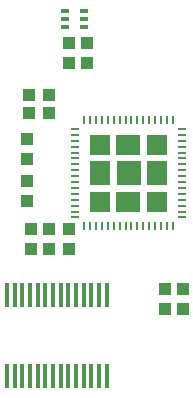
<source format=gbp>
%FSAX42Y42*%
%MOMM*%
G71*
G01*
G75*
G04 Layer_Color=128*
%ADD10R,1.10X1.00*%
%ADD11R,0.87X0.87*%
%ADD12R,1.00X1.10*%
%ADD13R,3.40X2.15*%
%ADD14R,1.05X2.15*%
%ADD15R,1.05X2.15*%
%ADD16R,0.50X2.10*%
%ADD17R,1.70X1.25*%
%ADD18R,1.25X1.70*%
%ADD19C,0.25*%
%ADD20C,2.50*%
%ADD21R,1.50X1.50*%
%ADD22C,1.50*%
%ADD23C,1.52*%
%ADD24C,1.20*%
%ADD25O,1.65X4.00*%
%ADD26C,1.40*%
%ADD27P,1.52X8X112.5*%
%ADD28C,3.00*%
%ADD29C,1.27*%
%ADD30O,0.80X0.28*%
%ADD31O,0.28X0.80*%
%ADD32R,7.65X7.65*%
%ADD33O,0.40X2.10*%
%ADD34R,0.80X0.35*%
%ADD35C,0.20*%
%ADD36C,0.25*%
%ADD37C,0.60*%
%ADD38R,1.80X1.80*%
%ADD39R,2.00X1.80*%
%ADD40R,1.80X2.00*%
%ADD41O,0.74X0.22*%
%ADD42O,0.22X0.74*%
%ADD43R,2.05X2.05*%
D10*
X003184Y005791D02*
D03*
Y005944D02*
D03*
X003014D02*
D03*
Y005791D02*
D03*
D12*
X004166Y004131D02*
D03*
Y004301D02*
D03*
X004318D02*
D03*
Y004131D02*
D03*
X003353Y004639D02*
D03*
Y004809D02*
D03*
X003181Y004810D02*
D03*
Y004640D02*
D03*
X002997Y005046D02*
D03*
X003029Y004810D02*
D03*
Y004640D02*
D03*
X002997Y005216D02*
D03*
Y005401D02*
D03*
Y005571D02*
D03*
X003353Y006214D02*
D03*
X003505D02*
D03*
Y006384D02*
D03*
X003353D02*
D03*
D33*
X003609Y003567D02*
D03*
X003674D02*
D03*
X003544D02*
D03*
X003479D02*
D03*
X003414D02*
D03*
X003349D02*
D03*
X003284D02*
D03*
X003219D02*
D03*
X003154D02*
D03*
X003089D02*
D03*
X003024D02*
D03*
X002959D02*
D03*
X002894D02*
D03*
X002829D02*
D03*
X003349Y004257D02*
D03*
X003414D02*
D03*
X003479D02*
D03*
X003544D02*
D03*
X003609D02*
D03*
X003674D02*
D03*
X003284D02*
D03*
X003219D02*
D03*
X003154D02*
D03*
X003089D02*
D03*
X003024D02*
D03*
X002959D02*
D03*
X002894D02*
D03*
X002829D02*
D03*
D34*
X003320Y006525D02*
D03*
Y006590D02*
D03*
X003480D02*
D03*
Y006525D02*
D03*
Y006655D02*
D03*
X003320D02*
D03*
D38*
X004097Y005045D02*
D03*
Y005525D02*
D03*
X003617D02*
D03*
Y005045D02*
D03*
D39*
X003857Y005045D02*
D03*
Y005525D02*
D03*
D40*
X004097Y005285D02*
D03*
X003617D02*
D03*
D41*
X004307Y004910D02*
D03*
Y004960D02*
D03*
Y005010D02*
D03*
Y005060D02*
D03*
Y005110D02*
D03*
Y005160D02*
D03*
Y005210D02*
D03*
Y005260D02*
D03*
Y005310D02*
D03*
Y005360D02*
D03*
X004308Y005410D02*
D03*
X004307Y005460D02*
D03*
Y005510D02*
D03*
Y005560D02*
D03*
Y005610D02*
D03*
X004308Y005660D02*
D03*
X003408Y005660D02*
D03*
Y005610D02*
D03*
Y005560D02*
D03*
Y005510D02*
D03*
Y005460D02*
D03*
Y005410D02*
D03*
Y005360D02*
D03*
Y005310D02*
D03*
Y005260D02*
D03*
Y005210D02*
D03*
Y005160D02*
D03*
Y005110D02*
D03*
Y005060D02*
D03*
Y005010D02*
D03*
Y004960D02*
D03*
Y004910D02*
D03*
D42*
X004082Y004835D02*
D03*
X004132D02*
D03*
X004183D02*
D03*
X004232D02*
D03*
X004032D02*
D03*
X003982D02*
D03*
X003932D02*
D03*
X003882D02*
D03*
X003833D02*
D03*
X003783D02*
D03*
X003733D02*
D03*
X003683D02*
D03*
X003633D02*
D03*
X003583D02*
D03*
X003532D02*
D03*
X003483D02*
D03*
X004082Y005735D02*
D03*
X004132D02*
D03*
X004183D02*
D03*
X004232D02*
D03*
X004032D02*
D03*
X003982D02*
D03*
X003932D02*
D03*
X003882D02*
D03*
X003833D02*
D03*
X003783D02*
D03*
X003733D02*
D03*
X003683D02*
D03*
X003633D02*
D03*
X003583D02*
D03*
X003532D02*
D03*
X003483D02*
D03*
D43*
X003858Y005285D02*
D03*
M02*

</source>
